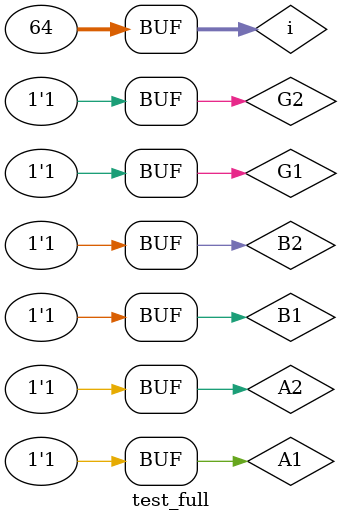
<source format=v>
`timescale 1ns / 1ps


module test_full;

	// Inputs
	reg G1;
	reg G2;
	reg B1;
	reg B2;
	reg A1;
	reg A2;

	// Outputs
	wire [3:0] Y1;
	wire [3:0] Y2;

	integer i;

	// Instantiate the Unit Under Test (UUT)
	v74x139 uut (
		.G1(G1),
		.G2(G2),
		.B1(B1),
		.B2(B2),
		.A1(A1),
		.A2(A2),
		.Y1(Y1),
		.Y2(Y2)
	);

	initial begin
        for (i = 0; i < 64; i = i + 1) begin
            G1 = (i >> 5) & 1;
            G2 = (i >> 4) & 1;
            B1 = (i >> 3) & 1;
            B2 = (i >> 2) & 1;
            A1 = (i >> 1) & 1;
            A2 = i & 1;
            #100;
        end
	end

endmodule

</source>
